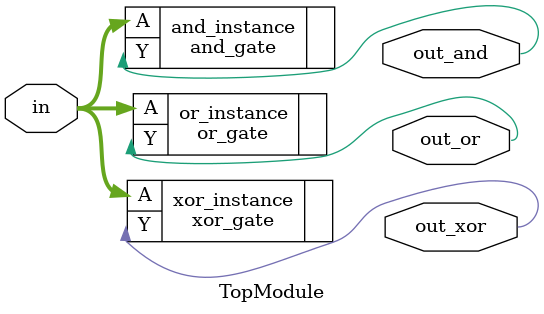
<source format=sv>

module TopModule (
  input [99:0] in,
  output reg out_and,
  output reg out_or,
  output reg out_xor
);

// Create instances of AND, OR, and XOR gates using built-in Verilog primitives
and_gate #(100) and_instance (
    .A(in[99:0]),
    .Y(out_and)
);

or_gate #(100) or_instance (
    .A(in[99:0]),
    .Y(out_or)
);

xor_gate #(100) xor_instance (
    .A(in[99:0]),
    .Y(out_xor)
);

endmodule

// VERILOG-EVAL: abnormal backticks count
// VERILOG-EVAL: errant inclusion of module definition

</source>
